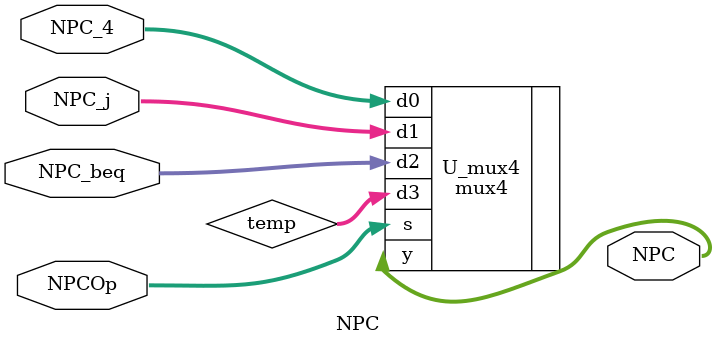
<source format=v>
`include "mux.v"
module InsMem( addr, dout );
    
    input [9:0]     addr;
    output [31:0] dout;
    
    reg [31:0] imem[1023:0];
    reg [31:0]  dout;
    
    always @( addr )
    begin
        dout <= imem[addr];
    end
endmodule

module PC( clk, rst, PCWr, NPC, PC );       
    input         clk;
    input         rst;
    input         PCWr;
    input  [31:0] NPC;
    output [31:0] PC;
    
    reg [31:0] PC;
    reg [1:0] tmp;
                
    always @(posedge clk or posedge rst) 
    begin
        if ( rst ) 
            PC <= 32'h0000_3000;   
        else if ( PCWr ) 
            PC <= NPC;
    end          
endmodule

module NPC( NPC_4 , NPC_j , NPC_beq , NPCOp , NPC);
    input       [31:0]          NPC_4;
    input       [31:0]          NPC_j;
    input       [31:0]          NPC_beq;
    input       [1:0]           NPCOp;
    output      [31:0]          NPC;

    wire        [31:0]          temp;

    mux4 U_mux4(
        .d0(NPC_4),
        .d1(NPC_j),
        .d2(NPC_beq),
        .d3(temp),
        .s(NPCOp),
        .y(NPC)
    );
endmodule    
</source>
